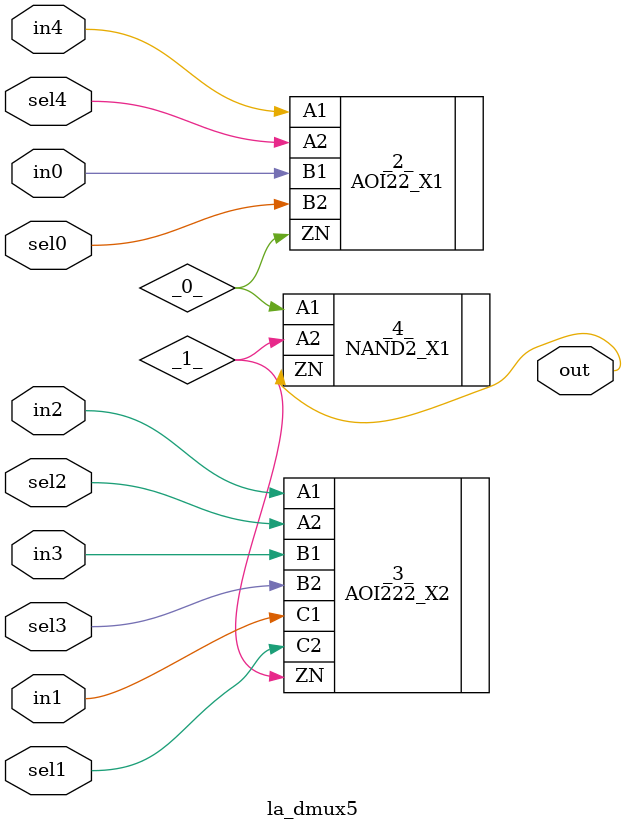
<source format=v>

/* Generated by Yosys 0.37 (git sha1 a5c7f69ed, clang 14.0.0-1ubuntu1.1 -fPIC -Os) */

module la_dmux5(sel4, sel3, sel2, sel1, sel0, in4, in3, in2, in1, in0, out);
  wire _0_;
  wire _1_;
  input in0;
  wire in0;
  input in1;
  wire in1;
  input in2;
  wire in2;
  input in3;
  wire in3;
  input in4;
  wire in4;
  output out;
  wire out;
  input sel0;
  wire sel0;
  input sel1;
  wire sel1;
  input sel2;
  wire sel2;
  input sel3;
  wire sel3;
  input sel4;
  wire sel4;
  AOI22_X1 _2_ (
    .A1(in4),
    .A2(sel4),
    .B1(in0),
    .B2(sel0),
    .ZN(_0_)
  );
  AOI222_X2 _3_ (
    .A1(in2),
    .A2(sel2),
    .B1(in3),
    .B2(sel3),
    .C1(in1),
    .C2(sel1),
    .ZN(_1_)
  );
  NAND2_X1 _4_ (
    .A1(_0_),
    .A2(_1_),
    .ZN(out)
  );
endmodule

</source>
